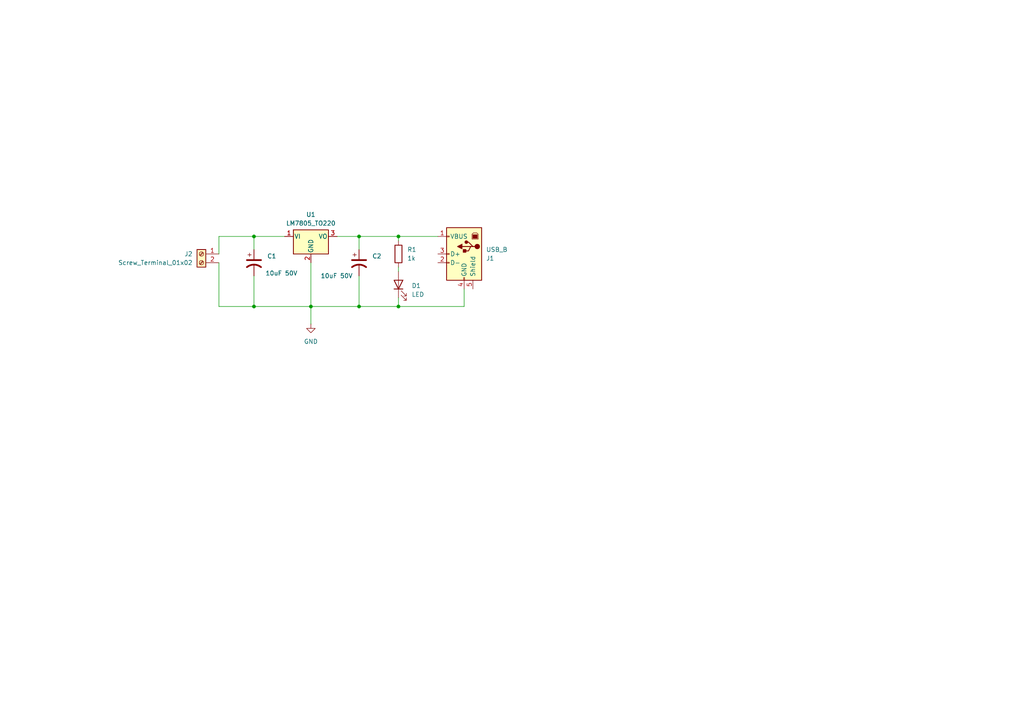
<source format=kicad_sch>
(kicad_sch (version 20250114) (generator "eeschema") (generator_version "9.0")
  (paper "A4")
  (lib_symbols
    (symbol "Connector:Screw_Terminal_01x02" (pin_names (offset 1.016) (hide yes))
      (property "Reference" "J" (at 0 2.54 0))
      (property "Value" "Screw_Terminal_01x02" (at 0 -5.08 0))
      (symbol "Screw_Terminal_01x02_1_1"
        (rectangle (start -1.27 1.27) (end 1.27 -3.81) (stroke (width 0.254)) (fill (type background)))
        (polyline (pts (xy -0.5334 0.3302) (xy 0.3302 -0.508)) (stroke (width 0.1524)))
        (polyline (pts (xy -0.5334 -2.2098) (xy 0.3302 -3.048)) (stroke (width 0.1524)))
        (polyline (pts (xy -0.3556 0.508) (xy 0.508 -0.3302)) (stroke (width 0.1524)))
        (polyline (pts (xy -0.3556 -2.032) (xy 0.508 -2.8702)) (stroke (width 0.1524)))
        (circle (center 0 0) (radius 0.635) (stroke (width 0.1524)))
        (circle (center 0 -2.54) (radius 0.635) (stroke (width 0.1524)))
        (pin passive line (at -5.08 0 0) (length 3.81) (name "Pin_1") (number "1"))
        (pin passive line (at -5.08 -2.54 0) (length 3.81) (name "Pin_2") (number "2"))
      )
    )
    (symbol "Connector:USB_B" (pin_names (offset 1.016))
      (property "Reference" "J" (at -5.08 11.43 0))
      (property "Value" "USB_B" (at -5.08 8.89 0))
      (symbol "USB_B_0_1"
        (rectangle (start -5.08 -7.62) (end 5.08 7.62) (stroke (width 0.254)) (fill (type background)))
        (polyline (pts (xy -4.064 4.318) (xy -2.286 4.318) (xy -2.286 5.715) (xy -2.667 6.096) (xy -3.683 6.096) (xy -4.064 5.715) (xy -4.064 4.318)))
        (rectangle (start -3.81 5.588) (end -2.54 4.572) (fill (type outline)))
        (circle (center -3.81 2.159) (radius 0.635) (stroke (width 0.254)) (fill (type outline)))
        (polyline (pts (xy -3.175 2.159) (xy -2.54 2.159) (xy -1.27 3.429) (xy -0.635 3.429)) (stroke (width 0.254)))
        (polyline (pts (xy -2.54 2.159) (xy -1.905 2.159) (xy -1.27 0.889) (xy 0 0.889)) (stroke (width 0.254)))
        (polyline (pts (xy -1.905 2.159) (xy 0.635 2.159)) (stroke (width 0.254)))
        (circle (center -0.635 3.429) (radius 0.381) (stroke (width 0.254)) (fill (type outline)))
        (rectangle (start -0.127 -7.62) (end 0.127 -6.858))
        (rectangle (start 0.254 1.27) (end -0.508 0.508) (stroke (width 0.254)) (fill (type outline)))
        (polyline (pts (xy 0.635 2.794) (xy 0.635 1.524) (xy 1.905 2.159) (xy 0.635 2.794)) (stroke (width 0.254)) (fill (type outline)))
        (rectangle (start 5.08 4.953) (end 4.318 5.207))
        (rectangle (start 5.08 -0.127) (end 4.318 0.127))
        (rectangle (start 5.08 -2.667) (end 4.318 -2.413))
      )
      (symbol "USB_B_1_1"
        (pin passive line (at -2.54 -10.16 90) (length 2.54) (name "Shield") (number "5"))
        (pin power_out line (at 0 -10.16 90) (length 2.54) (name "GND") (number "4"))
        (pin power_out line (at 7.62 5.08 180) (length 2.54) (name "VBUS") (number "1"))
        (pin bidirectional line (at 7.62 0 180) (length 2.54) (name "D+") (number "3"))
        (pin bidirectional line (at 7.62 -2.54 180) (length 2.54) (name "D-") (number "2"))
      )
    )
    (symbol "Device:C_Polarized_US" (pin_numbers (hide yes)) (pin_names (offset 0.254) (hide yes))
      (property "Reference" "C" (at 0.635 2.54 0))
      (property "Value" "C_Polarized_US" (at 0.635 -2.54 0))
      (symbol "C_Polarized_US_0_1"
        (polyline (pts (xy -2.032 0.762) (xy 2.032 0.762)) (stroke (width 0.508)))
        (polyline (pts (xy -1.778 2.286) (xy -0.762 2.286)))
        (polyline (pts (xy -1.27 1.778) (xy -1.27 2.794)))
        (arc (start -2.032 -1.27) (mid 0 -0.5572) (end 2.032 -1.27) (stroke (width 0.508)))
      )
      (symbol "C_Polarized_US_1_1"
        (pin passive line (at 0 3.81 270) (length 2.794) (name "~") (number "1"))
        (pin passive line (at 0 -3.81 90) (length 3.302) (name "~") (number "2"))
      )
    )
    (symbol "Device:LED" (pin_numbers (hide yes)) (pin_names (offset 1.016) (hide yes))
      (property "Reference" "D" (at 0 2.54 0))
      (property "Value" "LED" (at 0 -2.54 0))
      (symbol "LED_0_1"
        (polyline (pts (xy -3.048 -0.762) (xy -4.572 -2.286) (xy -3.81 -2.286) (xy -4.572 -2.286) (xy -4.572 -1.524)))
        (polyline (pts (xy -1.778 -0.762) (xy -3.302 -2.286) (xy -2.54 -2.286) (xy -3.302 -2.286) (xy -3.302 -1.524)))
        (polyline (pts (xy -1.27 0) (xy 1.27 0)))
        (polyline (pts (xy -1.27 -1.27) (xy -1.27 1.27)) (stroke (width 0.254)))
        (polyline (pts (xy 1.27 -1.27) (xy 1.27 1.27) (xy -1.27 0) (xy 1.27 -1.27)) (stroke (width 0.254)))
      )
      (symbol "LED_1_1"
        (pin passive line (at -3.81 0 0) (length 2.54) (name "K") (number "1"))
        (pin passive line (at 3.81 0 180) (length 2.54) (name "A") (number "2"))
      )
    )
    (symbol "Device:R" (pin_numbers (hide yes)) (pin_names (offset 0))
      (property "Reference" "R" (at 2.032 0 90))
      (property "Value" "R" (at 0 0 90))
      (symbol "R_0_1"
        (rectangle (start -1.016 -2.54) (end 1.016 2.54) (stroke (width 0.254)))
      )
      (symbol "R_1_1"
        (pin passive line (at 0 3.81 270) (length 1.27) (name "~") (number "1"))
        (pin passive line (at 0 -3.81 90) (length 1.27) (name "~") (number "2"))
      )
    )
    (symbol "Regulator_Linear:LM7805_TO220" (pin_names (offset 0.254))
      (property "Reference" "U" (at -3.81 3.175 0))
      (property "Value" "LM7805_TO220" (at 0 3.175 0))
      (symbol "LM7805_TO220_0_1"
        (rectangle (start -5.08 1.905) (end 5.08 -5.08) (stroke (width 0.254)) (fill (type background)))
      )
      (symbol "LM7805_TO220_1_1"
        (pin power_in line (at -7.62 0 0) (length 2.54) (name "VI") (number "1"))
        (pin power_in line (at 0 -7.62 90) (length 2.54) (name "GND") (number "2"))
        (pin power_out line (at 7.62 0 180) (length 2.54) (name "VO") (number "3"))
      )
    )
    (symbol "power:GND" (power) (pin_numbers (hide yes)) (pin_names (offset 0) (hide yes))
      (property "Value" "GND" (at 0 -3.81 0))
      (symbol "GND_0_1"
        (polyline (pts (xy 0 0) (xy 0 -1.27) (xy 1.27 -1.27) (xy 0 -2.54) (xy -1.27 -1.27) (xy 0 -1.27)))
      )
      (symbol "GND_1_1"
        (pin power_in line (at 0 0 270) (length 0) (name "~") (number "1"))
      )
    )
  )
  (junction (at 73.66 88.9))
  (junction (at 73.66 68.58))
  (junction (at 115.57 68.58))
  (junction (at 104.14 88.9))
  (junction (at 90.17 88.9))
  (junction (at 115.57 88.9))
  (junction (at 104.14 68.58))
  (wire (pts (xy 104.14 88.9) (xy 90.17 88.9)))
  (wire (pts (xy 63.5 76.2) (xy 63.5 88.9)))
  (wire (pts (xy 73.66 88.9) (xy 90.17 88.9)))
  (wire (pts (xy 73.66 72.39) (xy 73.66 68.58)))
  (wire (pts (xy 115.57 68.58) (xy 115.57 69.85)))
  (wire (pts (xy 115.57 68.58) (xy 127 68.58)))
  (wire (pts (xy 63.5 88.9) (xy 73.66 88.9)))
  (wire (pts (xy 104.14 88.9) (xy 115.57 88.9)))
  (wire (pts (xy 134.62 88.9) (xy 134.62 83.82)))
  (wire (pts (xy 97.79 68.58) (xy 104.14 68.58)))
  (wire (pts (xy 73.66 80.01) (xy 73.66 88.9)))
  (wire (pts (xy 104.14 68.58) (xy 115.57 68.58)))
  (wire (pts (xy 104.14 72.39) (xy 104.14 68.58)))
  (wire (pts (xy 73.66 68.58) (xy 82.55 68.58)))
  (wire (pts (xy 115.57 77.47) (xy 115.57 78.74)))
  (wire (pts (xy 104.14 80.01) (xy 104.14 88.9)))
  (wire (pts (xy 115.57 88.9) (xy 134.62 88.9)))
  (wire (pts (xy 90.17 88.9) (xy 90.17 93.98)))
  (wire (pts (xy 90.17 76.2) (xy 90.17 88.9)))
  (wire (pts (xy 115.57 86.36) (xy 115.57 88.9)))
  (wire (pts (xy 63.5 68.58) (xy 73.66 68.58)))
  (wire (pts (xy 63.5 73.66) (xy 63.5 68.58)))
  (symbol (lib_id "Connector:USB_B") (at 134.62 73.66 0) (mirror y) (unit 1)
    (property "Reference" "J1" (at 140.97 74.9301 0) (effects (justify right)))
    (property "Value" "USB_B" (at 140.97 72.3901 0) (effects (justify right)))
    (property "Footprint" "Connector_USB:USB_A_Molex_67643_Horizontal" (effects (hide yes)))
    (property "Description" "USB Type B connector" (effects (hide yes)))
  )
  (symbol (lib_id "Regulator_Linear:LM7805_TO220") (at 90.17 68.58 0) (unit 1)
    (property "Reference" "U1" (at 90.17 62.23 0))
    (property "Value" "LM7805_TO220" (at 90.17 64.77 0))
    (property "Footprint" "Package_TO_SOT_THT:TO-220-3_Vertical" (effects (hide yes)))
    (property "Datasheet" "https://www.onsemi.cn/PowerSolutions/document/MC7800-D.PDF" (effects (hide yes)))
    (property "Description" "Positive 1A 35V Linear Regulator, Fixed Output 5V, TO-220" (effects (hide yes)))
  )
  (symbol (lib_id "Device:LED") (at 115.57 82.55 90) (unit 1)
    (property "Reference" "D1" (at 119.38 82.8674 90) (effects (justify right)))
    (property "Value" "LED" (at 119.38 85.4074 90) (effects (justify right)))
    (property "Footprint" "LED_THT:LED_D5.0mm" (effects (hide yes)))
    (property "Description" "Light emitting diode" (effects (hide yes)))
    (property "Sim.Pins" "1=K 2=A" (effects (hide yes)))
  )
  (symbol (lib_id "Device:C_Polarized_US") (at 73.66 76.2 0) (unit 1)
    (property "Reference" "C1" (at 77.47 74.2949 0) (effects (justify left)))
    (property "Value" "10uF 50V" (at 76.962 79.248 0) (effects (justify left)))
    (property "Footprint" "Capacitor_THT:CP_Radial_D6.3mm_P2.50mm" (effects (hide yes)))
    (property "Description" "Polarized capacitor, US symbol" (effects (hide yes)))
  )
  (symbol (lib_id "power:GND") (at 90.17 93.98 0) (unit 1)
    (property "Reference" "#PWR01" (effects (hide yes)))
    (property "Value" "GND" (at 90.17 99.06 0))
    (property "Description" "Power symbol creates a global label with name \"GND\" , ground" (effects (hide yes)))
  )
  (symbol (lib_id "Device:R") (at 115.57 73.66 0) (unit 1)
    (property "Reference" "R1" (at 118.11 72.3899 0) (effects (justify left)))
    (property "Value" "1k" (at 118.11 74.9299 0) (effects (justify left)))
    (property "Footprint" "Resistor_THT:R_Axial_DIN0207_L6.3mm_D2.5mm_P2.54mm_Vertical" (effects (hide yes)))
    (property "Description" "Resistor" (effects (hide yes)))
  )
  (symbol (lib_id "Device:C_Polarized_US") (at 104.14 76.2 0) (unit 1)
    (property "Reference" "C2" (at 107.95 74.2949 0) (effects (justify left)))
    (property "Value" "10uF 50V" (at 92.964 80.01 0) (effects (justify left)))
    (property "Footprint" "Capacitor_THT:CP_Radial_D6.3mm_P2.50mm" (effects (hide yes)))
    (property "Description" "Polarized capacitor, US symbol" (effects (hide yes)))
  )
  (symbol (lib_id "Connector:Screw_Terminal_01x02") (at 58.42 73.66 0) (mirror y) (unit 1)
    (property "Reference" "J2" (at 55.88 73.6599 0) (effects (justify left)))
    (property "Value" "Screw_Terminal_01x02" (at 55.88 76.1999 0) (effects (justify left)))
    (property "Footprint" "TerminalBlock_Phoenix:TerminalBlock_Phoenix_MKDS-1,5-2-5.08_1x02_P5.08mm_Horizontal" (effects (hide yes)))
    (property "Description" "Generic screw terminal, single row, 01x02, script generated (kicad-library-utils/schlib/autogen/connector/)" (effects (hide yes)))
  )
)
</source>
